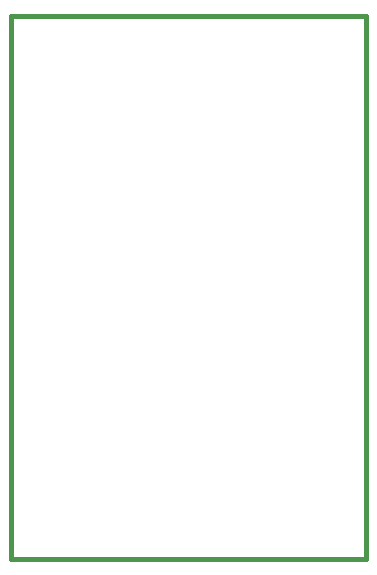
<source format=gko>
%FSLAX33Y33*%
%MOMM*%
%ADD10C,0.381*%
D10*
%LNpath-0*%
G01*
X0Y0D02*
X30000Y0D01*
X30000Y46000*
X0Y46000*
X0Y0*
%LNmechanical details_traces*%
M02*
</source>
